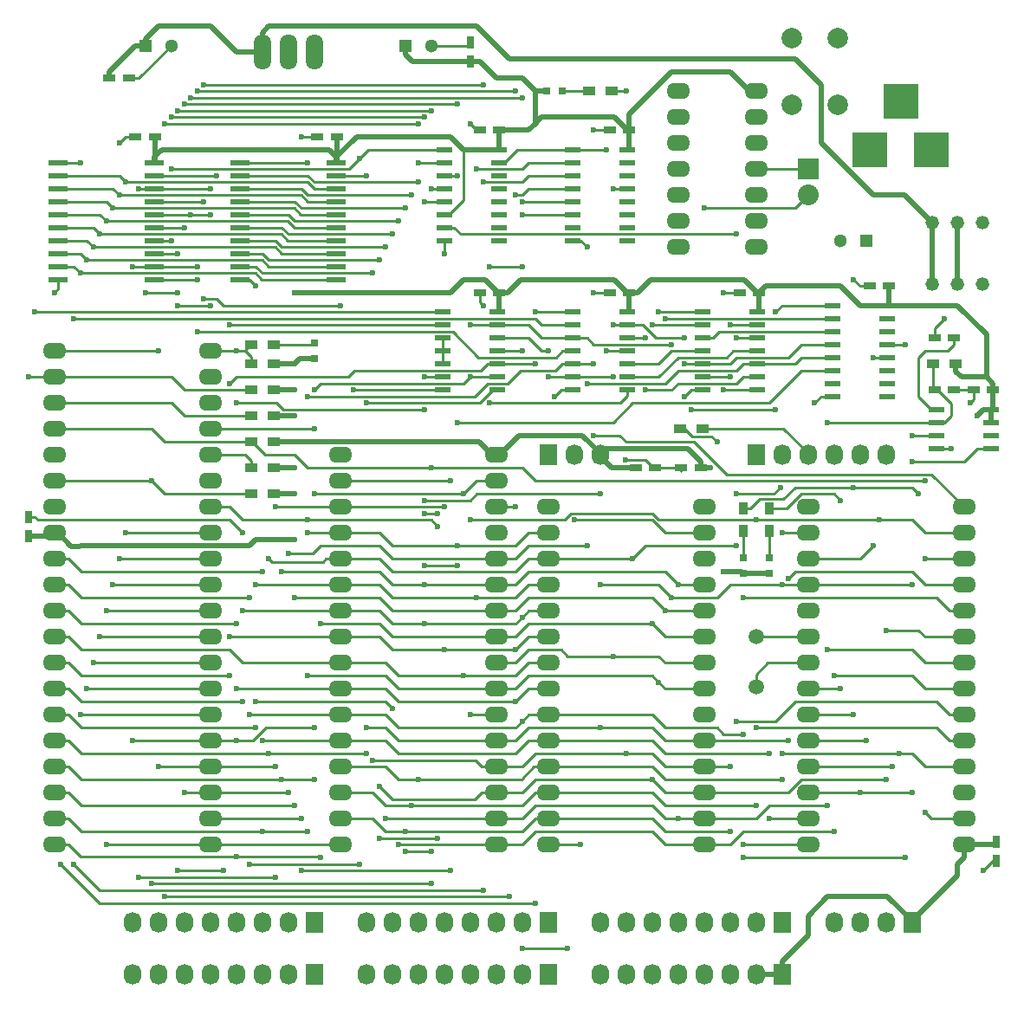
<source format=gtl>
G04 #@! TF.FileFunction,Copper,L1,Top,Signal*
%FSLAX46Y46*%
G04 Gerber Fmt 4.6, Leading zero omitted, Abs format (unit mm)*
G04 Created by KiCad (PCBNEW 4.0.3-1.fc24-product) date Thu Dec  8 13:22:35 2016*
%MOMM*%
%LPD*%
G01*
G04 APERTURE LIST*
%ADD10C,0.100000*%
%ADD11O,2.300000X1.600000*%
%ADD12R,1.727200X2.032000*%
%ADD13O,1.727200X2.032000*%
%ADD14R,1.500000X0.600000*%
%ADD15R,1.950000X0.600000*%
%ADD16R,1.200000X0.900000*%
%ADD17R,1.200000X0.750000*%
%ADD18R,0.750000X1.200000*%
%ADD19R,0.797560X0.797560*%
%ADD20R,1.300000X1.300000*%
%ADD21C,1.300000*%
%ADD22R,3.500120X3.500120*%
%ADD23C,1.998980*%
%ADD24R,1.550000X0.600000*%
%ADD25O,1.699260X3.500120*%
%ADD26R,0.900000X1.200000*%
%ADD27C,1.501140*%
%ADD28R,2.032000X2.032000*%
%ADD29O,2.032000X2.032000*%
%ADD30C,1.320800*%
%ADD31C,0.600000*%
%ADD32C,0.250000*%
%ADD33C,0.500000*%
G04 APERTURE END LIST*
D10*
D11*
X150495000Y-100330000D03*
X150495000Y-102870000D03*
X150495000Y-105410000D03*
X150495000Y-107950000D03*
X150495000Y-110490000D03*
X150495000Y-113030000D03*
X150495000Y-115570000D03*
X150495000Y-118110000D03*
X150495000Y-120650000D03*
X150495000Y-123190000D03*
X150495000Y-125730000D03*
X150495000Y-128270000D03*
X150495000Y-130810000D03*
X150495000Y-133350000D03*
X165735000Y-133350000D03*
X165735000Y-130810000D03*
X165735000Y-128270000D03*
X165735000Y-125730000D03*
X165735000Y-123190000D03*
X165735000Y-120650000D03*
X165735000Y-118110000D03*
X165735000Y-115570000D03*
X165735000Y-113030000D03*
X165735000Y-110490000D03*
X165735000Y-107950000D03*
X165735000Y-105410000D03*
X165735000Y-102870000D03*
X165735000Y-100330000D03*
X130175000Y-95250000D03*
X130175000Y-97790000D03*
X130175000Y-100330000D03*
X130175000Y-102870000D03*
X130175000Y-105410000D03*
X130175000Y-107950000D03*
X130175000Y-110490000D03*
X130175000Y-113030000D03*
X130175000Y-115570000D03*
X130175000Y-118110000D03*
X130175000Y-120650000D03*
X130175000Y-123190000D03*
X130175000Y-125730000D03*
X130175000Y-128270000D03*
X130175000Y-130810000D03*
X130175000Y-133350000D03*
X145415000Y-133350000D03*
X145415000Y-130810000D03*
X145415000Y-128270000D03*
X145415000Y-125730000D03*
X145415000Y-123190000D03*
X145415000Y-120650000D03*
X145415000Y-118110000D03*
X145415000Y-115570000D03*
X145415000Y-113030000D03*
X145415000Y-110490000D03*
X145415000Y-107950000D03*
X145415000Y-105410000D03*
X145415000Y-102870000D03*
X145415000Y-100330000D03*
X145415000Y-97790000D03*
X145415000Y-95250000D03*
X102235000Y-85090000D03*
X102235000Y-87630000D03*
X102235000Y-90170000D03*
X102235000Y-92710000D03*
X102235000Y-95250000D03*
X102235000Y-97790000D03*
X102235000Y-100330000D03*
X102235000Y-102870000D03*
X102235000Y-105410000D03*
X102235000Y-107950000D03*
X102235000Y-110490000D03*
X102235000Y-113030000D03*
X102235000Y-115570000D03*
X102235000Y-118110000D03*
X102235000Y-120650000D03*
X102235000Y-123190000D03*
X102235000Y-125730000D03*
X102235000Y-128270000D03*
X102235000Y-130810000D03*
X102235000Y-133350000D03*
X117475000Y-133350000D03*
X117475000Y-130810000D03*
X117475000Y-128270000D03*
X117475000Y-125730000D03*
X117475000Y-123190000D03*
X117475000Y-120650000D03*
X117475000Y-118110000D03*
X117475000Y-115570000D03*
X117475000Y-113030000D03*
X117475000Y-110490000D03*
X117475000Y-107950000D03*
X117475000Y-105410000D03*
X117475000Y-102870000D03*
X117475000Y-100330000D03*
X117475000Y-97790000D03*
X117475000Y-95250000D03*
X117475000Y-92710000D03*
X117475000Y-90170000D03*
X117475000Y-87630000D03*
X117475000Y-85090000D03*
D12*
X150495000Y-95250000D03*
D13*
X153035000Y-95250000D03*
X155575000Y-95250000D03*
D14*
X140175000Y-81280000D03*
X140175000Y-82550000D03*
X140175000Y-83820000D03*
X140175000Y-85090000D03*
X140175000Y-86360000D03*
X140175000Y-87630000D03*
X140175000Y-88900000D03*
X145575000Y-88900000D03*
X145575000Y-87630000D03*
X145575000Y-86360000D03*
X145575000Y-85090000D03*
X145575000Y-83820000D03*
X145575000Y-82550000D03*
X145575000Y-81280000D03*
D15*
X120395000Y-66675000D03*
X120395000Y-67945000D03*
X120395000Y-69215000D03*
X120395000Y-70485000D03*
X120395000Y-71755000D03*
X120395000Y-73025000D03*
X120395000Y-74295000D03*
X120395000Y-75565000D03*
X120395000Y-76835000D03*
X120395000Y-78105000D03*
X129795000Y-78105000D03*
X129795000Y-76835000D03*
X129795000Y-75565000D03*
X129795000Y-74295000D03*
X129795000Y-73025000D03*
X129795000Y-71755000D03*
X129795000Y-70485000D03*
X129795000Y-69215000D03*
X129795000Y-67945000D03*
X129795000Y-66675000D03*
D14*
X140335000Y-65405000D03*
X140335000Y-66675000D03*
X140335000Y-67945000D03*
X140335000Y-69215000D03*
X140335000Y-70485000D03*
X140335000Y-71755000D03*
X140335000Y-73025000D03*
X140335000Y-74295000D03*
X145735000Y-74295000D03*
X145735000Y-73025000D03*
X145735000Y-71755000D03*
X145735000Y-70485000D03*
X145735000Y-69215000D03*
X145735000Y-67945000D03*
X145735000Y-66675000D03*
X145735000Y-65405000D03*
X152875000Y-65405000D03*
X152875000Y-66675000D03*
X152875000Y-67945000D03*
X152875000Y-69215000D03*
X152875000Y-70485000D03*
X152875000Y-71755000D03*
X152875000Y-73025000D03*
X152875000Y-74295000D03*
X158275000Y-74295000D03*
X158275000Y-73025000D03*
X158275000Y-71755000D03*
X158275000Y-70485000D03*
X158275000Y-69215000D03*
X158275000Y-67945000D03*
X158275000Y-66675000D03*
X158275000Y-65405000D03*
D16*
X123655000Y-93980000D03*
X121455000Y-93980000D03*
X123655000Y-99060000D03*
X121455000Y-99060000D03*
X123655000Y-91440000D03*
X121455000Y-91440000D03*
X123655000Y-88900000D03*
X121455000Y-88900000D03*
X123655000Y-96520000D03*
X121455000Y-96520000D03*
D17*
X129855000Y-64135000D03*
X127955000Y-64135000D03*
X112075000Y-64135000D03*
X110175000Y-64135000D03*
D18*
X99695000Y-103185000D03*
X99695000Y-101285000D03*
D17*
X159070000Y-96520000D03*
X160970000Y-96520000D03*
X158430000Y-63500000D03*
X156530000Y-63500000D03*
X165415000Y-96520000D03*
X163515000Y-96520000D03*
D15*
X102615000Y-66675000D03*
X102615000Y-67945000D03*
X102615000Y-69215000D03*
X102615000Y-70485000D03*
X102615000Y-71755000D03*
X102615000Y-73025000D03*
X102615000Y-74295000D03*
X102615000Y-75565000D03*
X102615000Y-76835000D03*
X102615000Y-78105000D03*
X112015000Y-78105000D03*
X112015000Y-76835000D03*
X112015000Y-75565000D03*
X112015000Y-74295000D03*
X112015000Y-73025000D03*
X112015000Y-71755000D03*
X112015000Y-70485000D03*
X112015000Y-69215000D03*
X112015000Y-67945000D03*
X112015000Y-66675000D03*
D14*
X165575000Y-81280000D03*
X165575000Y-82550000D03*
X165575000Y-83820000D03*
X165575000Y-85090000D03*
X165575000Y-86360000D03*
X165575000Y-87630000D03*
X165575000Y-88900000D03*
X170975000Y-88900000D03*
X170975000Y-87630000D03*
X170975000Y-86360000D03*
X170975000Y-85090000D03*
X170975000Y-83820000D03*
X170975000Y-82550000D03*
X170975000Y-81280000D03*
X178275000Y-80645000D03*
X178275000Y-81915000D03*
X178275000Y-83185000D03*
X178275000Y-84455000D03*
X178275000Y-85725000D03*
X178275000Y-86995000D03*
X178275000Y-88265000D03*
X178275000Y-89535000D03*
X183675000Y-89535000D03*
X183675000Y-88265000D03*
X183675000Y-86995000D03*
X183675000Y-85725000D03*
X183675000Y-84455000D03*
X183675000Y-83185000D03*
X183675000Y-81915000D03*
X183675000Y-80645000D03*
D16*
X123655000Y-86360000D03*
X121455000Y-86360000D03*
D19*
X150380700Y-59690000D03*
X151879300Y-59690000D03*
X127635000Y-85839300D03*
X127635000Y-84340700D03*
D16*
X156675000Y-59690000D03*
X154475000Y-59690000D03*
X123655000Y-84455000D03*
X121455000Y-84455000D03*
D17*
X188280000Y-88900000D03*
X190180000Y-88900000D03*
D20*
X181570000Y-74295000D03*
D21*
X179070000Y-74295000D03*
D17*
X190180000Y-83820000D03*
X188280000Y-83820000D03*
D20*
X111165000Y-55245000D03*
D21*
X113665000Y-55245000D03*
D17*
X107635000Y-58420000D03*
X109535000Y-58420000D03*
D20*
X136565000Y-55245000D03*
D21*
X139065000Y-55245000D03*
D18*
X142875000Y-56830000D03*
X142875000Y-54930000D03*
D22*
X181960520Y-65405000D03*
X187960000Y-65405000D03*
X184960260Y-60706000D03*
D16*
X190330000Y-86360000D03*
X188130000Y-86360000D03*
D23*
X174279560Y-54533800D03*
X174279560Y-61036200D03*
X178780440Y-61036200D03*
X178780440Y-54533800D03*
D14*
X152875000Y-81280000D03*
X152875000Y-82550000D03*
X152875000Y-83820000D03*
X152875000Y-85090000D03*
X152875000Y-86360000D03*
X152875000Y-87630000D03*
X152875000Y-88900000D03*
X158275000Y-88900000D03*
X158275000Y-87630000D03*
X158275000Y-86360000D03*
X158275000Y-85090000D03*
X158275000Y-83820000D03*
X158275000Y-82550000D03*
X158275000Y-81280000D03*
D24*
X188435000Y-90805000D03*
X188435000Y-92075000D03*
X188435000Y-93345000D03*
X188435000Y-94615000D03*
X193835000Y-94615000D03*
X193835000Y-93345000D03*
X193835000Y-92075000D03*
X193835000Y-90805000D03*
D25*
X125095000Y-55880000D03*
X122555000Y-55880000D03*
X127635000Y-55880000D03*
D17*
X171130000Y-79375000D03*
X169230000Y-79375000D03*
X145730000Y-79375000D03*
X143830000Y-79375000D03*
X183830000Y-78740000D03*
X181930000Y-78740000D03*
X145730000Y-63500000D03*
X143830000Y-63500000D03*
X193990000Y-88900000D03*
X192090000Y-88900000D03*
X158430000Y-79375000D03*
X156530000Y-79375000D03*
D18*
X194310000Y-133035000D03*
X194310000Y-134935000D03*
D19*
X172085000Y-106794300D03*
X172085000Y-105295700D03*
X169545000Y-106794300D03*
X169545000Y-105295700D03*
D12*
X170815000Y-95250000D03*
D13*
X173355000Y-95250000D03*
X175895000Y-95250000D03*
X178435000Y-95250000D03*
X180975000Y-95250000D03*
X183515000Y-95250000D03*
D16*
X165565000Y-92710000D03*
X163365000Y-92710000D03*
D26*
X172085000Y-102700000D03*
X172085000Y-100500000D03*
X169545000Y-102700000D03*
X169545000Y-100500000D03*
D11*
X175895000Y-100330000D03*
X175895000Y-102870000D03*
X175895000Y-105410000D03*
X175895000Y-107950000D03*
X175895000Y-110490000D03*
X175895000Y-113030000D03*
X175895000Y-115570000D03*
X175895000Y-118110000D03*
X175895000Y-120650000D03*
X175895000Y-123190000D03*
X175895000Y-125730000D03*
X175895000Y-128270000D03*
X175895000Y-130810000D03*
X175895000Y-133350000D03*
X191135000Y-133350000D03*
X191135000Y-130810000D03*
X191135000Y-128270000D03*
X191135000Y-125730000D03*
X191135000Y-123190000D03*
X191135000Y-120650000D03*
X191135000Y-118110000D03*
X191135000Y-115570000D03*
X191135000Y-113030000D03*
X191135000Y-110490000D03*
X191135000Y-107950000D03*
X191135000Y-105410000D03*
X191135000Y-102870000D03*
X191135000Y-100330000D03*
D27*
X170815000Y-113030000D03*
X170815000Y-117911880D03*
D11*
X163195000Y-59690000D03*
X163195000Y-62230000D03*
X163195000Y-64770000D03*
X163195000Y-67310000D03*
X163195000Y-69850000D03*
X163195000Y-72390000D03*
X163195000Y-74930000D03*
X170815000Y-74930000D03*
X170815000Y-72390000D03*
X170815000Y-69850000D03*
X170815000Y-67310000D03*
X170815000Y-64770000D03*
X170815000Y-62230000D03*
X170815000Y-59690000D03*
D28*
X175895000Y-67310000D03*
D29*
X175895000Y-69850000D03*
D12*
X173355000Y-140970000D03*
D13*
X170815000Y-140970000D03*
X168275000Y-140970000D03*
X165735000Y-140970000D03*
X163195000Y-140970000D03*
X160655000Y-140970000D03*
X158115000Y-140970000D03*
X155575000Y-140970000D03*
D12*
X150495000Y-140970000D03*
D13*
X147955000Y-140970000D03*
X145415000Y-140970000D03*
X142875000Y-140970000D03*
X140335000Y-140970000D03*
X137795000Y-140970000D03*
X135255000Y-140970000D03*
X132715000Y-140970000D03*
D12*
X150495000Y-146050000D03*
D13*
X147955000Y-146050000D03*
X145415000Y-146050000D03*
X142875000Y-146050000D03*
X140335000Y-146050000D03*
X137795000Y-146050000D03*
X135255000Y-146050000D03*
X132715000Y-146050000D03*
D12*
X127635000Y-140970000D03*
D13*
X125095000Y-140970000D03*
X122555000Y-140970000D03*
X120015000Y-140970000D03*
X117475000Y-140970000D03*
X114935000Y-140970000D03*
X112395000Y-140970000D03*
X109855000Y-140970000D03*
D12*
X127635000Y-146050000D03*
D13*
X125095000Y-146050000D03*
X122555000Y-146050000D03*
X120015000Y-146050000D03*
X117475000Y-146050000D03*
X114935000Y-146050000D03*
X112395000Y-146050000D03*
X109855000Y-146050000D03*
D12*
X173355000Y-146050000D03*
D13*
X170815000Y-146050000D03*
X168275000Y-146050000D03*
X165735000Y-146050000D03*
X163195000Y-146050000D03*
X160655000Y-146050000D03*
X158115000Y-146050000D03*
X155575000Y-146050000D03*
D30*
X188010800Y-78562200D03*
X190500000Y-78562200D03*
X192989200Y-78562200D03*
X188010800Y-72567800D03*
X190500000Y-72567800D03*
X192989200Y-72567800D03*
D12*
X186055000Y-140970000D03*
D13*
X183515000Y-140970000D03*
X180975000Y-140970000D03*
X178435000Y-140970000D03*
D31*
X153035000Y-101600000D03*
X125730000Y-103505000D03*
X125730000Y-79375000D03*
X166370000Y-96520000D03*
X167640000Y-106680000D03*
X192405000Y-91440000D03*
X125730000Y-65405000D03*
X125730000Y-99060000D03*
X125730000Y-88900000D03*
X125730000Y-91440000D03*
X125730000Y-93980000D03*
X125730000Y-96520000D03*
X125730000Y-86360000D03*
X142240000Y-116840000D03*
X146685000Y-138430000D03*
X113030000Y-138430000D03*
X112395000Y-85090000D03*
X111760000Y-97789960D03*
X111760000Y-137160000D03*
X139065000Y-137160000D03*
X144145000Y-80645000D03*
X167640000Y-79375000D03*
X154940000Y-79375000D03*
X158066616Y-95769990D03*
X158115000Y-59690000D03*
X180340000Y-78105000D03*
X153670000Y-133350000D03*
X121920000Y-78740000D03*
X167005000Y-93980000D03*
X187325000Y-130175000D03*
X189230000Y-81915000D03*
X191770000Y-90170000D03*
X189865000Y-94615000D03*
X140335000Y-75565000D03*
X120650000Y-102870000D03*
X102235000Y-79375008D03*
X142875000Y-62865000D03*
X131445000Y-88900000D03*
X154305000Y-74930000D03*
X154940000Y-63500000D03*
X126365000Y-64135000D03*
X107315000Y-133350000D03*
X193040000Y-135890000D03*
X176530000Y-90170000D03*
X163830000Y-89535000D03*
X151130000Y-89535000D03*
X108585000Y-64770000D03*
X102870000Y-135255000D03*
X149225000Y-139065000D03*
X99695000Y-87630000D03*
X147955000Y-143510000D03*
X152400000Y-143510000D03*
X119380000Y-88265000D03*
X149225000Y-86360000D03*
X149225000Y-81280000D03*
X104140000Y-135255000D03*
X144145000Y-137795000D03*
X138430000Y-87630000D03*
X139700000Y-100965000D03*
X138430000Y-100965000D03*
X138430000Y-106045000D03*
X141605000Y-106045000D03*
X100330000Y-81280000D03*
X119380000Y-82550000D03*
X104784999Y-77479999D03*
X104775000Y-120650000D03*
X105410000Y-76200000D03*
X105410000Y-118110000D03*
X106054999Y-74939999D03*
X106045000Y-115570000D03*
X106680000Y-73660000D03*
X106680000Y-113030000D03*
X107315000Y-72390000D03*
X107315000Y-110490000D03*
X107950000Y-71120000D03*
X107950000Y-107950000D03*
X108585000Y-69850000D03*
X108585000Y-105410000D03*
X109220000Y-102870000D03*
X109220000Y-68580000D03*
X140970000Y-135890000D03*
X126365000Y-135890000D03*
X116840000Y-59055000D03*
X140970000Y-97790000D03*
X144145000Y-59055000D03*
X118110000Y-67945000D03*
X144145000Y-68580000D03*
X123825000Y-136525000D03*
X110490000Y-136525000D03*
X110490000Y-69215000D03*
X116205000Y-59690000D03*
X147320000Y-59690000D03*
X117475000Y-69215000D03*
X147320000Y-100330000D03*
X147320000Y-69850000D03*
X130175000Y-80645000D03*
X116840000Y-80010000D03*
X132080000Y-135255000D03*
X121285000Y-135255000D03*
X115570000Y-60325000D03*
X147955000Y-70485000D03*
X147955000Y-60325000D03*
X116840000Y-70485000D03*
X114300000Y-79375000D03*
X111125000Y-79375000D03*
X113030000Y-62865000D03*
X137795000Y-62865000D03*
X137795000Y-66675000D03*
X114300000Y-75565000D03*
X113665000Y-62230000D03*
X138430000Y-70485000D03*
X138430000Y-62230000D03*
X114935000Y-73025000D03*
X109855000Y-123190000D03*
X142240000Y-99060000D03*
X127635010Y-99060000D03*
X120015000Y-123190000D03*
X147955000Y-76835000D03*
X144780000Y-76835000D03*
X147955000Y-71755000D03*
X127635000Y-121920000D03*
X117475000Y-71755000D03*
X117475000Y-80645000D03*
X114300000Y-80645000D03*
X114300000Y-135890000D03*
X118745000Y-135890000D03*
X114300000Y-61595000D03*
X115570000Y-71755000D03*
X139065000Y-61595000D03*
X139065000Y-69215000D03*
X143519980Y-67310000D03*
X112395000Y-125730000D03*
X140335000Y-100330000D03*
X123825000Y-125730000D03*
X123825000Y-100330000D03*
X109855000Y-76834992D03*
X114935000Y-60960000D03*
X116205000Y-76835000D03*
X141605000Y-60960000D03*
X141605000Y-67945000D03*
X132080000Y-66250002D03*
X113665000Y-74295000D03*
X113665000Y-67310000D03*
X125095000Y-104890020D03*
X114935000Y-128270000D03*
X125095000Y-128270000D03*
X154305000Y-104140000D03*
X154305000Y-88265000D03*
X156845000Y-82550000D03*
X156845000Y-69215000D03*
X163830000Y-86360000D03*
X163830000Y-83820000D03*
X160020000Y-88900000D03*
X160020000Y-83820000D03*
X147955000Y-85090000D03*
X156210000Y-85090000D03*
X156210000Y-65405000D03*
X168275000Y-82550000D03*
X168275000Y-87630000D03*
X167640000Y-88900000D03*
X168910000Y-73660000D03*
X168910000Y-83820000D03*
X127635000Y-127000000D03*
X138430000Y-107950000D03*
X163195000Y-107950000D03*
X164465000Y-90805000D03*
X172720000Y-90805000D03*
X172720000Y-81280000D03*
X124460000Y-106680000D03*
X124460000Y-127000000D03*
X120015000Y-134490000D03*
X160655000Y-111760000D03*
X160655000Y-82550000D03*
X128270000Y-111760000D03*
X128270000Y-134620000D03*
X122555000Y-132080000D03*
X161290000Y-117475000D03*
X161290000Y-81280000D03*
X127000000Y-116840000D03*
X127000000Y-132080000D03*
X141605000Y-92075000D03*
X127000000Y-102870000D03*
X141605000Y-104140000D03*
X126365000Y-130810000D03*
X185420000Y-84455000D03*
X185420000Y-134620000D03*
X169545000Y-134620000D03*
X161925000Y-110490000D03*
X161925000Y-81915000D03*
X125730000Y-109220000D03*
X125730000Y-129540000D03*
X104775000Y-66675000D03*
X104140000Y-81915000D03*
X116205000Y-83185000D03*
X116205000Y-78105000D03*
X162560000Y-109220000D03*
X120015000Y-85090000D03*
X120015000Y-90170000D03*
X138430000Y-90805000D03*
X138430000Y-99695000D03*
X155575000Y-99060000D03*
X155575000Y-107950000D03*
X173355000Y-107950000D03*
X186055000Y-95885000D03*
X186055000Y-107950000D03*
X132715000Y-90170000D03*
X132715000Y-67945000D03*
X177800000Y-92075000D03*
X186055000Y-93345000D03*
X179070000Y-99695000D03*
X181610000Y-123190000D03*
X180975000Y-128270000D03*
X180339994Y-98424994D03*
X186690000Y-99060000D03*
X186055000Y-128270000D03*
X173354990Y-124460000D03*
X173355000Y-127000000D03*
X137795000Y-127000000D03*
X137795000Y-68580000D03*
X184785000Y-124460000D03*
X168910000Y-121285000D03*
X136525000Y-132080000D03*
X136525000Y-71120000D03*
X168275000Y-132080000D03*
X155575000Y-121920000D03*
X173990000Y-107315000D03*
X173990000Y-123190002D03*
X132715000Y-121920000D03*
X133350000Y-77470000D03*
X172085000Y-130810000D03*
X172085000Y-124460000D03*
X122555000Y-123190000D03*
X122555000Y-106680000D03*
X147955000Y-121285000D03*
X169545000Y-122555000D03*
X169545000Y-133350000D03*
X121285000Y-120650000D03*
X121285000Y-109220000D03*
X170815000Y-129540000D03*
X170815000Y-121920000D03*
X137160000Y-69850000D03*
X137160000Y-129540000D03*
X139700000Y-102235000D03*
X139700000Y-132715000D03*
X133985000Y-132715000D03*
X127000000Y-89535000D03*
X154940000Y-86360000D03*
X154940000Y-93345000D03*
X127000000Y-66675000D03*
X127000000Y-101600000D03*
X165735000Y-71120000D03*
X162560000Y-84455000D03*
X170815000Y-101600000D03*
X182880000Y-101600000D03*
X127635000Y-88900000D03*
X142875000Y-101600000D03*
X142875000Y-87630000D03*
X142875000Y-82550000D03*
X127635000Y-92710000D03*
X160655000Y-127000000D03*
X133985000Y-127635000D03*
X134620000Y-74930000D03*
X183515000Y-127000000D03*
X183515000Y-112395000D03*
X135890000Y-133350000D03*
X135890000Y-72390000D03*
X178435000Y-116840000D03*
X178435000Y-132080000D03*
X169545000Y-109220000D03*
X168275000Y-125730000D03*
X158115000Y-124460000D03*
X133350000Y-125095000D03*
X133985000Y-76200000D03*
X163195000Y-130810000D03*
X134620000Y-130810000D03*
X135255000Y-73660000D03*
X177800000Y-114300000D03*
X177800000Y-129540000D03*
X147320000Y-119380000D03*
X120015000Y-111760000D03*
X120015000Y-118110000D03*
X168910000Y-99060000D03*
X168910000Y-104140000D03*
X173229843Y-98415020D03*
X132715000Y-124460000D03*
X173355000Y-102870000D03*
X158750000Y-105410000D03*
X123190000Y-124460000D03*
X123190000Y-105410000D03*
X138430000Y-111760000D03*
X147955000Y-111125000D03*
X120650000Y-110489998D03*
X120650000Y-119380000D03*
X121920000Y-119380000D03*
X135255000Y-120015000D03*
X143510000Y-109220000D03*
X121920000Y-121920000D03*
X121920000Y-107950000D03*
X179070000Y-118110000D03*
X180340000Y-120650000D03*
X184150000Y-125730000D03*
X182245000Y-104140000D03*
X182245000Y-85725000D03*
X139065000Y-96520000D03*
X139065000Y-133985000D03*
X136525000Y-133985000D03*
X187325000Y-105410000D03*
X187325000Y-97790000D03*
X140335000Y-114300000D03*
X147320000Y-114300000D03*
X119380000Y-113030000D03*
X119380000Y-116840000D03*
X156845000Y-114935000D03*
X156845000Y-87630000D03*
X150495000Y-85090000D03*
X150495000Y-87630000D03*
X144780000Y-90170000D03*
X142875000Y-120650000D03*
D32*
X161925000Y-102870000D02*
X165735000Y-102870000D01*
X160655000Y-101600000D02*
X161925000Y-102870000D01*
X153035000Y-101600000D02*
X160655000Y-101600000D01*
X170815000Y-59690000D02*
X170180000Y-59690000D01*
D33*
X170180000Y-59690000D02*
X168275000Y-57785000D01*
X158430000Y-62875000D02*
X158430000Y-63500000D01*
X162560000Y-57785000D02*
X158430000Y-61915000D01*
X158430000Y-61915000D02*
X158430000Y-62875000D01*
X168275000Y-57785000D02*
X162560000Y-57785000D01*
X142875000Y-56830000D02*
X137250000Y-56830000D01*
X136565000Y-56145000D02*
X136565000Y-55245000D01*
X137250000Y-56830000D02*
X136565000Y-56145000D01*
X145415000Y-58420000D02*
X143825000Y-56830000D01*
X147955000Y-58420000D02*
X149225000Y-59690000D01*
X145415000Y-58420000D02*
X147955000Y-58420000D01*
X143825000Y-56830000D02*
X142875000Y-56830000D01*
X177800000Y-138430000D02*
X183667400Y-138430000D01*
X173355000Y-146050000D02*
X173355000Y-144780000D01*
X173355000Y-144780000D02*
X175895000Y-142240000D01*
X175895000Y-142240000D02*
X175895000Y-140335000D01*
X175895000Y-140335000D02*
X177800000Y-138430000D01*
X183667400Y-138430000D02*
X186055000Y-140817600D01*
D32*
X186055000Y-140817600D02*
X186055000Y-140970000D01*
D33*
X155575000Y-95250000D02*
X156210000Y-94615000D01*
X156210000Y-94615000D02*
X164135000Y-94615000D01*
X164135000Y-94615000D02*
X165415000Y-95895000D01*
X165415000Y-95895000D02*
X165415000Y-96520000D01*
X149225000Y-62865000D02*
X149860000Y-62230000D01*
X156935000Y-62230000D02*
X158205000Y-63500000D01*
X149860000Y-62230000D02*
X156935000Y-62230000D01*
D32*
X158205000Y-63500000D02*
X158430000Y-63500000D01*
D33*
X102235000Y-102870000D02*
X102585000Y-102870000D01*
X102585000Y-102870000D02*
X103885000Y-104170000D01*
X121285000Y-104140000D02*
X121920000Y-103505000D01*
X103885000Y-104170000D02*
X104745000Y-104170000D01*
X121920000Y-103505000D02*
X125730000Y-103505000D01*
X104745000Y-104170000D02*
X104775000Y-104140000D01*
X104775000Y-104140000D02*
X121285000Y-104140000D01*
D32*
X142240000Y-65405000D02*
X142240000Y-70300000D01*
X142240000Y-70300000D02*
X140785000Y-71755000D01*
X140785000Y-71755000D02*
X140335000Y-71755000D01*
D33*
X140970000Y-64135000D02*
X142240000Y-65405000D01*
X131785000Y-64135000D02*
X140970000Y-64135000D01*
X129795000Y-66125000D02*
X131785000Y-64135000D01*
X145735000Y-65405000D02*
X142240000Y-65405000D01*
X145415000Y-65405000D02*
X142240000Y-65405000D01*
X183675000Y-80645000D02*
X190500000Y-80645000D01*
X190500000Y-80645000D02*
X193345000Y-83490000D01*
X193345000Y-83490000D02*
X193345000Y-87630000D01*
X171130000Y-79375000D02*
X170905000Y-79375000D01*
X170905000Y-79375000D02*
X169635000Y-78105000D01*
X160550000Y-78105000D02*
X159280000Y-79375000D01*
X169635000Y-78105000D02*
X160550000Y-78105000D01*
X159280000Y-79375000D02*
X158430000Y-79375000D01*
X158430000Y-79375000D02*
X158205000Y-79375000D01*
X156935000Y-78105000D02*
X147850000Y-78105000D01*
X158205000Y-79375000D02*
X156935000Y-78105000D01*
X147850000Y-78105000D02*
X146580000Y-79375000D01*
X146580000Y-79375000D02*
X145730000Y-79375000D01*
X145730000Y-79375000D02*
X145615002Y-79375000D01*
X145615002Y-79375000D02*
X144345002Y-78105000D01*
X144345002Y-78105000D02*
X142240000Y-78105000D01*
X142240000Y-78105000D02*
X140970000Y-79375000D01*
X140970000Y-79375000D02*
X125730000Y-79375000D01*
X171130000Y-79375000D02*
X171765000Y-78740000D01*
X171765000Y-78740000D02*
X179070000Y-78740000D01*
X179070000Y-78740000D02*
X180975000Y-80645000D01*
X180975000Y-80645000D02*
X183675000Y-80645000D01*
X186055000Y-140970000D02*
X186055000Y-141122400D01*
X186055000Y-140817600D02*
X190500000Y-136372600D01*
X190500000Y-136372600D02*
X190500000Y-135255000D01*
X190500000Y-135255000D02*
X191135000Y-134620000D01*
X191135000Y-134620000D02*
X191135000Y-133350000D01*
X150380700Y-59690000D02*
X149225000Y-59690000D01*
X165415000Y-96520000D02*
X166370000Y-96520000D01*
X170815000Y-146050000D02*
X173355000Y-146050000D01*
X127635000Y-85839300D02*
X126250700Y-85839300D01*
X126250700Y-85839300D02*
X125730000Y-86360000D01*
X169545000Y-106794300D02*
X169430700Y-106680000D01*
X169430700Y-106680000D02*
X167640000Y-106680000D01*
X172085000Y-106794300D02*
X169545000Y-106794300D01*
X148590000Y-63500000D02*
X145730000Y-63500000D01*
X149225000Y-62865000D02*
X148590000Y-63500000D01*
X149225000Y-59690000D02*
X149225000Y-62865000D01*
X190330000Y-86360000D02*
X190480000Y-86360000D01*
X193835000Y-90805000D02*
X193040000Y-90805000D01*
X193040000Y-90805000D02*
X192405000Y-91440000D01*
X190330000Y-86360000D02*
X190330000Y-87060000D01*
X190330000Y-87060000D02*
X190900000Y-87630000D01*
X190900000Y-87630000D02*
X193345000Y-87630000D01*
X193345000Y-87630000D02*
X193990000Y-88275000D01*
X193990000Y-88275000D02*
X193990000Y-88900000D01*
X193835000Y-90805000D02*
X193835000Y-92075000D01*
X193990000Y-88900000D02*
X193990000Y-90650000D01*
X193990000Y-90650000D02*
X193835000Y-90805000D01*
X159070000Y-96520000D02*
X156692600Y-96520000D01*
X156692600Y-96520000D02*
X155575000Y-95402400D01*
X155575000Y-95402400D02*
X155575000Y-95250000D01*
X157825000Y-65405000D02*
X158275000Y-65405000D01*
X158430000Y-63500000D02*
X158430000Y-65250000D01*
X158430000Y-65250000D02*
X158275000Y-65405000D01*
X145730000Y-63500000D02*
X145730000Y-65400000D01*
X145730000Y-65400000D02*
X145735000Y-65405000D01*
X191135000Y-133350000D02*
X193995000Y-133350000D01*
X193995000Y-133350000D02*
X194310000Y-133035000D01*
X145575000Y-81280000D02*
X145125000Y-81280000D01*
X125730000Y-65405000D02*
X112735000Y-65405000D01*
X112015000Y-66125000D02*
X112015000Y-66675000D01*
X112735000Y-65405000D02*
X112015000Y-66125000D01*
X125730000Y-65405000D02*
X129075000Y-65405000D01*
X129075000Y-65405000D02*
X129795000Y-66125000D01*
X129795000Y-66125000D02*
X129795000Y-66675000D01*
X143795000Y-93980000D02*
X125730000Y-93980000D01*
X145415000Y-95250000D02*
X145065000Y-95250000D01*
X145065000Y-95250000D02*
X143795000Y-93980000D01*
X183675000Y-80645000D02*
X184125000Y-80645000D01*
X183830000Y-78740000D02*
X183830000Y-80490000D01*
X183830000Y-80490000D02*
X183675000Y-80645000D01*
X170525000Y-81280000D02*
X170975000Y-81280000D01*
X145575000Y-81280000D02*
X146025000Y-81280000D01*
X171130000Y-79375000D02*
X171130000Y-81125000D01*
X171130000Y-81125000D02*
X170975000Y-81280000D01*
X158430000Y-79375000D02*
X158430000Y-81125000D01*
X158430000Y-81125000D02*
X158275000Y-81280000D01*
X123655000Y-99060000D02*
X125730000Y-99060000D01*
X145730000Y-79375000D02*
X145730000Y-81125000D01*
X145730000Y-81125000D02*
X145575000Y-81280000D01*
X129855000Y-64135000D02*
X129855000Y-66615000D01*
X129855000Y-66615000D02*
X129795000Y-66675000D01*
X112075000Y-64135000D02*
X112075000Y-66615000D01*
X112075000Y-66615000D02*
X112015000Y-66675000D01*
X123655000Y-88900000D02*
X125730000Y-88900000D01*
X123655000Y-91440000D02*
X125730000Y-91440000D01*
X123655000Y-93980000D02*
X125730000Y-93980000D01*
X125730000Y-96520000D02*
X123655000Y-96520000D01*
X123655000Y-86360000D02*
X125730000Y-86360000D01*
X145415000Y-95250000D02*
X145765000Y-95250000D01*
X153822400Y-93345000D02*
X155575000Y-95097600D01*
X145765000Y-95250000D02*
X147670000Y-93345000D01*
X147670000Y-93345000D02*
X153822400Y-93345000D01*
X155575000Y-95097600D02*
X155575000Y-95250000D01*
X165415000Y-100010000D02*
X165735000Y-100330000D01*
X136845000Y-55525000D02*
X136565000Y-55245000D01*
X99695000Y-103190000D02*
X101915000Y-103190000D01*
X101915000Y-103190000D02*
X102235000Y-102870000D01*
D32*
X135890000Y-116840000D02*
X142240000Y-116840000D01*
X142240000Y-116840000D02*
X147320000Y-116840000D01*
X130175000Y-115570000D02*
X134620000Y-115570000D01*
X134620000Y-115570000D02*
X135890000Y-116840000D01*
X147320000Y-116840000D02*
X148590000Y-115570000D01*
X148590000Y-115570000D02*
X150495000Y-115570000D01*
X102235000Y-113030000D02*
X103635000Y-113030000D01*
X119380000Y-114300000D02*
X120650000Y-115570000D01*
X103635000Y-113030000D02*
X104905000Y-114300000D01*
X104905000Y-114300000D02*
X119380000Y-114300000D01*
X120650000Y-115570000D02*
X130175000Y-115570000D01*
X113030000Y-138430000D02*
X146685000Y-138430000D01*
X102235000Y-85090000D02*
X112395000Y-85090000D01*
X113030040Y-99060000D02*
X111760000Y-97789960D01*
X121455000Y-99060000D02*
X113030040Y-99060000D01*
X102235000Y-97790000D02*
X111759960Y-97790000D01*
X111759960Y-97790000D02*
X111760000Y-97789960D01*
X139065000Y-137160000D02*
X111760000Y-137160000D01*
X139065000Y-55245000D02*
X142560000Y-55245000D01*
X142560000Y-55245000D02*
X142875000Y-54930000D01*
X143830000Y-79375000D02*
X143830000Y-80330000D01*
X143830000Y-80330000D02*
X144145000Y-80645000D01*
X169230000Y-79375000D02*
X167640000Y-79375000D01*
X156530000Y-79375000D02*
X154940000Y-79375000D01*
X160745000Y-96520000D02*
X159994990Y-95769990D01*
X159994990Y-95769990D02*
X158066616Y-95769990D01*
X156675000Y-59690000D02*
X158115000Y-59690000D01*
X180975000Y-78740000D02*
X180340000Y-78105000D01*
X181930000Y-78740000D02*
X180975000Y-78740000D01*
X160970000Y-96520000D02*
X163515000Y-96520000D01*
X150495000Y-133350000D02*
X153670000Y-133350000D01*
X120395000Y-78105000D02*
X121285000Y-78105000D01*
X121285000Y-78105000D02*
X121920000Y-78740000D01*
X156675000Y-63355000D02*
X156530000Y-63500000D01*
X160970000Y-96520000D02*
X160745000Y-96520000D01*
X163830000Y-92710000D02*
X164605001Y-93485001D01*
X164605001Y-93485001D02*
X166425001Y-93485001D01*
X166425001Y-93485001D02*
X166467501Y-93442501D01*
X166467501Y-93442501D02*
X167005000Y-93980000D01*
X163365000Y-92710000D02*
X163515000Y-92710000D01*
X109535000Y-58420000D02*
X110490000Y-58420000D01*
X110490000Y-58420000D02*
X113665000Y-55245000D01*
X156530000Y-79375000D02*
X156755000Y-79375000D01*
X191135000Y-130810000D02*
X187960000Y-130810000D01*
X187960000Y-130810000D02*
X187325000Y-130175000D01*
X188280000Y-82865000D02*
X189230000Y-81915000D01*
X188280000Y-82870000D02*
X188280000Y-82865000D01*
X188280000Y-83505000D02*
X188280000Y-82870000D01*
X188280000Y-83820000D02*
X188280000Y-82870000D01*
X192090000Y-88900000D02*
X192090000Y-89850000D01*
X192090000Y-89850000D02*
X191770000Y-90170000D01*
X190180000Y-88900000D02*
X192090000Y-88900000D01*
X188435000Y-94615000D02*
X189865000Y-94615000D01*
X163515000Y-96520000D02*
X163515000Y-96840000D01*
X130175000Y-133350000D02*
X117475000Y-133350000D01*
X140335000Y-74295000D02*
X140335000Y-75565000D01*
X143830000Y-79375000D02*
X144055000Y-79375000D01*
X191600000Y-128735000D02*
X191135000Y-128270000D01*
X119380000Y-101600000D02*
X120650000Y-102870000D01*
X100635000Y-101600000D02*
X119380000Y-101600000D01*
X99695000Y-101285000D02*
X100320000Y-101285000D01*
X100320000Y-101285000D02*
X100635000Y-101600000D01*
X102615000Y-78995008D02*
X102235000Y-79375008D01*
X102615000Y-78105000D02*
X102615000Y-78995008D01*
X143830000Y-63500000D02*
X143510000Y-63500000D01*
X143510000Y-63500000D02*
X142875000Y-62865000D01*
X140175000Y-88900000D02*
X131445000Y-88900000D01*
X152875000Y-74295000D02*
X153670000Y-74295000D01*
X153670000Y-74295000D02*
X154305000Y-74930000D01*
X156530000Y-63500000D02*
X154940000Y-63500000D01*
X127955000Y-64135000D02*
X126365000Y-64135000D01*
X117475000Y-133350000D02*
X107315000Y-133350000D01*
X194310000Y-134935000D02*
X193995000Y-134935000D01*
X193995000Y-134935000D02*
X193040000Y-135890000D01*
X175725000Y-100500000D02*
X175895000Y-100330000D01*
X178275000Y-89535000D02*
X177165000Y-89535000D01*
X177165000Y-89535000D02*
X176530000Y-90170000D01*
X165575000Y-88900000D02*
X164465000Y-88900000D01*
X164465000Y-88900000D02*
X163830000Y-89535000D01*
X152875000Y-88900000D02*
X151765000Y-88900000D01*
X151765000Y-88900000D02*
X151130000Y-89535000D01*
X110175000Y-64135000D02*
X109220000Y-64135000D01*
X109220000Y-64135000D02*
X108585000Y-64770000D01*
X113345000Y-55565000D02*
X113665000Y-55245000D01*
X138745000Y-55565000D02*
X139065000Y-55245000D01*
X106680000Y-139065000D02*
X102870000Y-135255000D01*
X149225000Y-139065000D02*
X106680000Y-139065000D01*
X102235000Y-87630000D02*
X99695000Y-87630000D01*
X114935000Y-88900000D02*
X121455000Y-88900000D01*
X113665000Y-87630000D02*
X114935000Y-88900000D01*
X102235000Y-87630000D02*
X113665000Y-87630000D01*
X152400000Y-143510000D02*
X147955000Y-143510000D01*
X120015000Y-87630000D02*
X119380000Y-88265000D01*
X131565001Y-86995000D02*
X130930001Y-87630000D01*
X144575000Y-86360000D02*
X143940000Y-86995000D01*
X143940000Y-86995000D02*
X131565001Y-86995000D01*
X130930001Y-87630000D02*
X120015000Y-87630000D01*
X145575000Y-86360000D02*
X144575000Y-86360000D01*
X145575000Y-86360000D02*
X149225000Y-86360000D01*
X152875000Y-81280000D02*
X149225000Y-81280000D01*
X120885000Y-95250000D02*
X117475000Y-95250000D01*
X121455000Y-96520000D02*
X121455000Y-95820000D01*
X121455000Y-95820000D02*
X120885000Y-95250000D01*
X144145000Y-137795000D02*
X106680000Y-137795000D01*
X106680000Y-137795000D02*
X104140000Y-135255000D01*
X140175000Y-87630000D02*
X138430000Y-87630000D01*
X138430000Y-100965000D02*
X139700000Y-100965000D01*
X141605000Y-106045000D02*
X138430000Y-106045000D01*
X121455000Y-91440000D02*
X114935000Y-91440000D01*
X114935000Y-91440000D02*
X113665000Y-90170000D01*
X113665000Y-90170000D02*
X102235000Y-90170000D01*
X140175000Y-81280000D02*
X100330000Y-81280000D01*
X140175000Y-82550000D02*
X119380000Y-82550000D01*
X129795000Y-78105000D02*
X122535002Y-78105000D01*
X122535002Y-78105000D02*
X121910001Y-77479999D01*
X121910001Y-77479999D02*
X104784999Y-77479999D01*
X117475000Y-120650000D02*
X104775000Y-120650000D01*
X102615000Y-76835000D02*
X104140000Y-76835000D01*
X104140000Y-76835000D02*
X104784999Y-77479999D01*
X105410000Y-76200000D02*
X122555000Y-76200000D01*
X117475000Y-118110000D02*
X105410000Y-118110000D01*
X102615000Y-75565000D02*
X104775000Y-75565000D01*
X104775000Y-75565000D02*
X105410000Y-76200000D01*
X122555000Y-76200000D02*
X123190000Y-76835000D01*
X123190000Y-76835000D02*
X129795000Y-76835000D01*
X123823590Y-74930000D02*
X124458590Y-75565000D01*
X124458590Y-75565000D02*
X129795000Y-75565000D01*
X106054999Y-74939999D02*
X113250001Y-74939999D01*
X113250001Y-74939999D02*
X113260000Y-74930000D01*
X113260000Y-74930000D02*
X123823590Y-74930000D01*
X117475000Y-115570000D02*
X106045000Y-115570000D01*
X102615000Y-74295000D02*
X105410000Y-74295000D01*
X105410000Y-74295000D02*
X106054999Y-74939999D01*
X106680000Y-73660000D02*
X124440002Y-73660000D01*
X124440002Y-73660000D02*
X125075002Y-74295000D01*
X106045000Y-73025000D02*
X106680000Y-73660000D01*
X117475000Y-113030000D02*
X106680000Y-113030000D01*
X102615000Y-73025000D02*
X106045000Y-73025000D01*
X125075002Y-74295000D02*
X129795000Y-74295000D01*
X129795000Y-73025000D02*
X125710002Y-73025000D01*
X125710002Y-73025000D02*
X125075002Y-72390000D01*
X125075002Y-72390000D02*
X107315000Y-72390000D01*
X106680000Y-71755000D02*
X107315000Y-72390000D01*
X117475000Y-110490000D02*
X107315000Y-110490000D01*
X102615000Y-71755000D02*
X106680000Y-71755000D01*
X129795000Y-71755000D02*
X126345002Y-71755000D01*
X126345002Y-71755000D02*
X125710002Y-71120000D01*
X125710002Y-71120000D02*
X107950000Y-71120000D01*
X107315000Y-70485000D02*
X107950000Y-71120000D01*
X117475000Y-107950000D02*
X107950000Y-107950000D01*
X102615000Y-70485000D02*
X107315000Y-70485000D01*
X126365000Y-69850000D02*
X108585000Y-69850000D01*
X127000000Y-70485000D02*
X129795000Y-70485000D01*
X126365000Y-69850000D02*
X127000000Y-70485000D01*
X117475000Y-105410000D02*
X108585000Y-105410000D01*
X102615000Y-69215000D02*
X107950000Y-69215000D01*
X107950000Y-69215000D02*
X108585000Y-69850000D01*
X117475000Y-102870000D02*
X109220000Y-102870000D01*
X129795000Y-69215000D02*
X127633590Y-69215000D01*
X127633590Y-69215000D02*
X126998590Y-68580000D01*
X126998590Y-68580000D02*
X109220000Y-68580000D01*
X102615000Y-67945000D02*
X108585000Y-67945000D01*
X108585000Y-67945000D02*
X109220000Y-68580000D01*
X126365000Y-135890000D02*
X140970000Y-135890000D01*
X130175000Y-97790000D02*
X140970000Y-97790000D01*
X144145000Y-59055000D02*
X116840000Y-59055000D01*
X112015000Y-67945000D02*
X118110000Y-67945000D01*
X147955000Y-68580000D02*
X144145000Y-68580000D01*
X148590000Y-67945000D02*
X147955000Y-68580000D01*
X152875000Y-67945000D02*
X148590000Y-67945000D01*
X130525000Y-97790000D02*
X130175000Y-97790000D01*
X110490000Y-136525000D02*
X123825000Y-136525000D01*
X112015000Y-69215000D02*
X110490000Y-69215000D01*
X147320000Y-59690000D02*
X116205000Y-59690000D01*
X112015000Y-69215000D02*
X117475000Y-69215000D01*
X147955000Y-69850000D02*
X147320000Y-69850000D01*
X148590000Y-69215000D02*
X147955000Y-69850000D01*
X152875000Y-69215000D02*
X148590000Y-69215000D01*
X147320000Y-100330000D02*
X145415000Y-100330000D01*
X116840000Y-80010000D02*
X118110000Y-80010000D01*
X118110000Y-80010000D02*
X118745000Y-80645000D01*
X118745000Y-80645000D02*
X130175000Y-80645000D01*
X121285000Y-135255000D02*
X132080000Y-135255000D01*
X147955000Y-60325000D02*
X115570000Y-60325000D01*
X147955000Y-70485000D02*
X152875000Y-70485000D01*
X112015000Y-70485000D02*
X116840000Y-70485000D01*
X111125000Y-79375000D02*
X114300000Y-79375000D01*
X137795000Y-62865000D02*
X113030000Y-62865000D01*
X140335000Y-66675000D02*
X137795000Y-66675000D01*
X114300000Y-75565000D02*
X112015000Y-75565000D01*
X138430000Y-62230000D02*
X113665000Y-62230000D01*
X138430000Y-70485000D02*
X140335000Y-70485000D01*
X112015000Y-73025000D02*
X114935000Y-73025000D01*
X109855000Y-123190000D02*
X117475000Y-123190000D01*
X143510000Y-97790000D02*
X145415000Y-97790000D01*
X142240000Y-99060000D02*
X143510000Y-97790000D01*
X142240000Y-99060000D02*
X127635010Y-99060000D01*
X121629996Y-123190000D02*
X120015000Y-123190000D01*
X122899996Y-121920000D02*
X121629996Y-123190000D01*
X127635000Y-121920000D02*
X122899996Y-121920000D01*
X117475000Y-123190000D02*
X120015000Y-123190000D01*
X144780000Y-76835000D02*
X147955000Y-76835000D01*
X152875000Y-71755000D02*
X147955000Y-71755000D01*
X117475000Y-71755000D02*
X115570000Y-71755000D01*
X114300000Y-80645000D02*
X117475000Y-80645000D01*
X118745000Y-135890000D02*
X114300000Y-135890000D01*
X139065000Y-61595000D02*
X114300000Y-61595000D01*
X115570000Y-71755000D02*
X112015000Y-71755000D01*
X140335000Y-69215000D02*
X139065000Y-69215000D01*
X147955000Y-67310000D02*
X143519980Y-67310000D01*
X148590000Y-66675000D02*
X147955000Y-67310000D01*
X152875000Y-66675000D02*
X148590000Y-66675000D01*
X112395000Y-125730000D02*
X117475000Y-125730000D01*
X130175000Y-100330000D02*
X140335000Y-100330000D01*
X117475000Y-125730000D02*
X123825000Y-125730000D01*
X130175000Y-100330000D02*
X123825000Y-100330000D01*
X112015000Y-76835000D02*
X109855008Y-76835000D01*
X109855008Y-76835000D02*
X109855000Y-76834992D01*
X141605000Y-60960000D02*
X114935000Y-60960000D01*
X116205000Y-76835000D02*
X112015000Y-76835000D01*
X140335000Y-67945000D02*
X141605000Y-67945000D01*
X132080000Y-66250002D02*
X131020002Y-67310000D01*
X132925002Y-65405000D02*
X132080000Y-66250002D01*
X113665000Y-74295000D02*
X112015000Y-74295000D01*
X140335000Y-65405000D02*
X132925002Y-65405000D01*
X131020002Y-67310000D02*
X113665000Y-67310000D01*
X133985000Y-104140000D02*
X128270000Y-104140000D01*
X127519980Y-104890020D02*
X125095000Y-104890020D01*
X135255000Y-105410000D02*
X133985000Y-104140000D01*
X145415000Y-105410000D02*
X135255000Y-105410000D01*
X128270000Y-104140000D02*
X127519980Y-104890020D01*
X114935000Y-128270000D02*
X117475000Y-128270000D01*
X125095000Y-128270000D02*
X117475000Y-128270000D01*
X170975000Y-86360000D02*
X169545000Y-86360000D01*
X169545000Y-86360000D02*
X168910000Y-86995000D01*
X168910000Y-86995000D02*
X163195000Y-86995000D01*
X163195000Y-86995000D02*
X161925000Y-88265000D01*
X161925000Y-88265000D02*
X154305000Y-88265000D01*
X175260000Y-85725000D02*
X178275000Y-85725000D01*
X174625000Y-86360000D02*
X175260000Y-85725000D01*
X170975000Y-86360000D02*
X174625000Y-86360000D01*
X147320000Y-105410000D02*
X145415000Y-105410000D01*
X148590000Y-104140000D02*
X147320000Y-105410000D01*
X154305000Y-104140000D02*
X148590000Y-104140000D01*
X156845000Y-82550000D02*
X158275000Y-82550000D01*
X158275000Y-69215000D02*
X156845000Y-69215000D01*
X165575000Y-86360000D02*
X168275000Y-86360000D01*
X168275000Y-86360000D02*
X168910000Y-85725000D01*
X168910000Y-85725000D02*
X173990000Y-85725000D01*
X173990000Y-85725000D02*
X175260000Y-84455000D01*
X175260000Y-84455000D02*
X178275000Y-84455000D01*
X165575000Y-86360000D02*
X163830000Y-86360000D01*
X158275000Y-82550000D02*
X159729998Y-82550000D01*
X159729998Y-82550000D02*
X160999998Y-83820000D01*
X160999998Y-83820000D02*
X163830000Y-83820000D01*
X167930004Y-85725000D02*
X168565004Y-85090000D01*
X168565004Y-85090000D02*
X170975000Y-85090000D01*
X163195000Y-85725000D02*
X167930004Y-85725000D01*
X158275000Y-87630000D02*
X161290000Y-87630000D01*
X161290000Y-87630000D02*
X163195000Y-85725000D01*
X160020000Y-88900000D02*
X162560000Y-88900000D01*
X163195000Y-88265000D02*
X168910000Y-88265000D01*
X162560000Y-88900000D02*
X163195000Y-88265000D01*
X168910000Y-88265000D02*
X169545000Y-87630000D01*
X169545000Y-87630000D02*
X170975000Y-87630000D01*
X158275000Y-83820000D02*
X160020000Y-83820000D01*
X145575000Y-85090000D02*
X147955000Y-85090000D01*
X158275000Y-86360000D02*
X161290000Y-86360000D01*
X161290000Y-86360000D02*
X162560000Y-85090000D01*
X162560000Y-85090000D02*
X165575000Y-85090000D01*
X156210000Y-85090000D02*
X158275000Y-85090000D01*
X152875000Y-65405000D02*
X156210000Y-65405000D01*
X147455000Y-65405000D02*
X152875000Y-65405000D01*
X145735000Y-66675000D02*
X146185000Y-66675000D01*
X146185000Y-66675000D02*
X147455000Y-65405000D01*
X168275000Y-82550000D02*
X170975000Y-82550000D01*
X165575000Y-87630000D02*
X168275000Y-87630000D01*
X170975000Y-88900000D02*
X167640000Y-88900000D01*
X141970000Y-73660000D02*
X168910000Y-73660000D01*
X141335000Y-73025000D02*
X141970000Y-73660000D01*
X140335000Y-73025000D02*
X141335000Y-73025000D01*
X168910000Y-83820000D02*
X170975000Y-83820000D01*
X127635000Y-127000000D02*
X124460000Y-127000000D01*
X145415000Y-107950000D02*
X138430000Y-107950000D01*
X138430000Y-107950000D02*
X135255000Y-107950000D01*
X161925000Y-106680000D02*
X163195000Y-107950000D01*
X147320000Y-107950000D02*
X148590000Y-106680000D01*
X145415000Y-107950000D02*
X147320000Y-107950000D01*
X165735000Y-107950000D02*
X163195000Y-107950000D01*
X148590000Y-106680000D02*
X161925000Y-106680000D01*
X172720000Y-90805000D02*
X164465000Y-90805000D01*
X178275000Y-80645000D02*
X173355000Y-80645000D01*
X173355000Y-80645000D02*
X172720000Y-81280000D01*
X133985000Y-106680000D02*
X124460000Y-106680000D01*
X135255000Y-107950000D02*
X133985000Y-106680000D01*
X104905000Y-127000000D02*
X124460000Y-127000000D01*
X103635000Y-125730000D02*
X104905000Y-127000000D01*
X102235000Y-125730000D02*
X103635000Y-125730000D01*
X104775000Y-134490000D02*
X120015000Y-134490000D01*
X120015000Y-134490000D02*
X128140000Y-134490000D01*
X165575000Y-82550000D02*
X160655000Y-82550000D01*
X133985000Y-111760000D02*
X128270000Y-111760000D01*
X135255000Y-113030000D02*
X133985000Y-111760000D01*
X145415000Y-113030000D02*
X135255000Y-113030000D01*
X161925000Y-113030000D02*
X165735000Y-113030000D01*
X160655000Y-111760000D02*
X161925000Y-113030000D01*
X148590000Y-111760000D02*
X160655000Y-111760000D01*
X147320000Y-113030000D02*
X148590000Y-111760000D01*
X145415000Y-113030000D02*
X147320000Y-113030000D01*
X128140000Y-134490000D02*
X128270000Y-134620000D01*
X102235000Y-133350000D02*
X103635000Y-133350000D01*
X103635000Y-133350000D02*
X104775000Y-134490000D01*
X104905000Y-132080000D02*
X123825000Y-132080000D01*
X123825000Y-132080000D02*
X127000000Y-132080000D01*
X122555000Y-132080000D02*
X123825000Y-132080000D01*
X161925000Y-118110000D02*
X161290000Y-117475000D01*
X161290000Y-117475000D02*
X160655000Y-116840000D01*
X165575000Y-81280000D02*
X161290000Y-81280000D01*
X127000000Y-116840000D02*
X134620000Y-116840000D01*
X134620000Y-116840000D02*
X135890000Y-118110000D01*
X135890000Y-118110000D02*
X145415000Y-118110000D01*
X165735000Y-118110000D02*
X161925000Y-118110000D01*
X160655000Y-116840000D02*
X148590000Y-116840000D01*
X148590000Y-116840000D02*
X147320000Y-118110000D01*
X147320000Y-118110000D02*
X145415000Y-118110000D01*
X103635000Y-130810000D02*
X104905000Y-132080000D01*
X102235000Y-130810000D02*
X103635000Y-130810000D01*
X156845000Y-92075000D02*
X141605000Y-92075000D01*
X172085000Y-90170000D02*
X158750000Y-90170000D01*
X175260000Y-86995000D02*
X172085000Y-90170000D01*
X178275000Y-86995000D02*
X175260000Y-86995000D01*
X158750000Y-90170000D02*
X156845000Y-92075000D01*
X130175000Y-102870000D02*
X127000000Y-102870000D01*
X135255000Y-104140000D02*
X141605000Y-104140000D01*
X141605000Y-104140000D02*
X147320000Y-104140000D01*
X130175000Y-102870000D02*
X133985000Y-102870000D01*
X133985000Y-102870000D02*
X135255000Y-104140000D01*
X147320000Y-104140000D02*
X148590000Y-102870000D01*
X148590000Y-102870000D02*
X150495000Y-102870000D01*
X117475000Y-130810000D02*
X126365000Y-130810000D01*
X185420000Y-84455000D02*
X183675000Y-84455000D01*
X169545000Y-134620000D02*
X185420000Y-134620000D01*
X178275000Y-81915000D02*
X161925000Y-81915000D01*
X133985000Y-109220000D02*
X125730000Y-109220000D01*
X135255000Y-110490000D02*
X133985000Y-109220000D01*
X145415000Y-110490000D02*
X135255000Y-110490000D01*
X161925000Y-110490000D02*
X165735000Y-110490000D01*
X160655000Y-109220000D02*
X161925000Y-110490000D01*
X148590000Y-109220000D02*
X160655000Y-109220000D01*
X147320000Y-110490000D02*
X148590000Y-109220000D01*
X145415000Y-110490000D02*
X147320000Y-110490000D01*
X104905000Y-129540000D02*
X125730000Y-129540000D01*
X103635000Y-128270000D02*
X104905000Y-129540000D01*
X102235000Y-128270000D02*
X103635000Y-128270000D01*
X152875000Y-82550000D02*
X149860000Y-82550000D01*
X149860000Y-82550000D02*
X149225000Y-81915000D01*
X149225000Y-81915000D02*
X104140000Y-81915000D01*
X104775000Y-66675000D02*
X102615000Y-66675000D01*
X141175002Y-83185000D02*
X116205000Y-83185000D01*
X151249999Y-85715001D02*
X143705003Y-85715001D01*
X151875000Y-85090000D02*
X151249999Y-85715001D01*
X152875000Y-85090000D02*
X151875000Y-85090000D01*
X143705003Y-85715001D02*
X141175002Y-83185000D01*
X116205000Y-78105000D02*
X112015000Y-78105000D01*
X151879300Y-59690000D02*
X154475000Y-59690000D01*
X123655000Y-84455000D02*
X127520700Y-84455000D01*
X127520700Y-84455000D02*
X127635000Y-84340700D01*
X172085000Y-102700000D02*
X172085000Y-105295700D01*
X169545000Y-102700000D02*
X169545000Y-105295700D01*
X186690000Y-89535000D02*
X187960000Y-90805000D01*
X187960000Y-90805000D02*
X188435000Y-90805000D01*
X186690000Y-85725000D02*
X186690000Y-89535000D01*
X187325000Y-85090000D02*
X186690000Y-85725000D01*
X189535000Y-85090000D02*
X187325000Y-85090000D01*
X190180000Y-83820000D02*
X190180000Y-84445000D01*
X190180000Y-84445000D02*
X189535000Y-85090000D01*
D33*
X190500000Y-72567800D02*
X190500000Y-78562200D01*
D32*
X183337200Y-65405000D02*
X181960520Y-65405000D01*
X167005000Y-109220000D02*
X162560000Y-109220000D01*
X168275000Y-107950000D02*
X167005000Y-109220000D01*
X173355000Y-107950000D02*
X168275000Y-107950000D01*
X161290000Y-107950000D02*
X162560000Y-109220000D01*
X155575000Y-107950000D02*
X161290000Y-107950000D01*
X123945001Y-90170000D02*
X120015000Y-90170000D01*
X117475000Y-85090000D02*
X120015000Y-85090000D01*
X120015000Y-85090000D02*
X120820000Y-85090000D01*
X138430000Y-90805000D02*
X124580001Y-90805000D01*
X124580001Y-90805000D02*
X123945001Y-90170000D01*
X143510000Y-99060000D02*
X142875000Y-99695000D01*
X142875000Y-99695000D02*
X138430000Y-99695000D01*
X155575000Y-99060000D02*
X143510000Y-99060000D01*
X173355000Y-107950000D02*
X175895000Y-107950000D01*
X120820000Y-85090000D02*
X120885000Y-85090000D01*
X120885000Y-85090000D02*
X121455000Y-85660000D01*
X121455000Y-85660000D02*
X121455000Y-86360000D01*
X120820000Y-85090000D02*
X121455000Y-84455000D01*
X191135000Y-95885000D02*
X186055000Y-95885000D01*
X192405000Y-94615000D02*
X191135000Y-95885000D01*
X193835000Y-94615000D02*
X192405000Y-94615000D01*
X175895000Y-107950000D02*
X186055000Y-107950000D01*
X121455000Y-86360000D02*
X121305000Y-86360000D01*
X140175000Y-85090000D02*
X140175000Y-86360000D01*
X140175000Y-83820000D02*
X140175000Y-85090000D01*
X143855000Y-90170000D02*
X132715000Y-90170000D01*
X145575000Y-88900000D02*
X145125000Y-88900000D01*
X145125000Y-88900000D02*
X143855000Y-90170000D01*
X132715000Y-67945000D02*
X129795000Y-67945000D01*
D33*
X122555000Y-55880000D02*
X122555000Y-53975000D01*
X122555000Y-53975000D02*
X123190000Y-53340000D01*
X123190000Y-53340000D02*
X143510000Y-53340000D01*
X143510000Y-53340000D02*
X146685000Y-56515000D01*
X174625000Y-56515000D02*
X177165000Y-59055000D01*
X177165000Y-64770000D02*
X182245000Y-69850000D01*
X146685000Y-56515000D02*
X174625000Y-56515000D01*
X177165000Y-59055000D02*
X177165000Y-64770000D01*
X182245000Y-69850000D02*
X185293000Y-69850000D01*
X185293000Y-69850000D02*
X188010800Y-72567800D01*
X122555000Y-55880000D02*
X120015000Y-55880000D01*
X112395000Y-53340000D02*
X111165000Y-54570000D01*
X120015000Y-55880000D02*
X117475000Y-53340000D01*
X117475000Y-53340000D02*
X112395000Y-53340000D01*
X111165000Y-54570000D02*
X111165000Y-55245000D01*
X187960000Y-72390000D02*
X188010800Y-72440800D01*
X188010800Y-72440800D02*
X188010800Y-72567800D01*
X188010800Y-72567800D02*
X188010800Y-78562200D01*
X107635000Y-58420000D02*
X107635000Y-57795000D01*
X107635000Y-57795000D02*
X110185000Y-55245000D01*
X110185000Y-55245000D02*
X111165000Y-55245000D01*
X111445000Y-55525000D02*
X111165000Y-55245000D01*
D32*
X177800000Y-92075000D02*
X188435000Y-92075000D01*
X188505000Y-88900000D02*
X188280000Y-88900000D01*
X188280000Y-86360000D02*
X188130000Y-86360000D01*
X188130000Y-86360000D02*
X188130000Y-88750000D01*
X188130000Y-88750000D02*
X188280000Y-88900000D01*
X189865000Y-90260000D02*
X189865000Y-91440000D01*
X189230000Y-92075000D02*
X189865000Y-91440000D01*
X188435000Y-92075000D02*
X189230000Y-92075000D01*
X188505000Y-88900000D02*
X189865000Y-90260000D01*
X188435000Y-93345000D02*
X186055000Y-93345000D01*
X175223996Y-99060000D02*
X178435000Y-99060000D01*
X178435000Y-99060000D02*
X179070000Y-99695000D01*
X172085000Y-100500000D02*
X173783996Y-100500000D01*
X173783996Y-100500000D02*
X175223996Y-99060000D01*
X181610000Y-123190000D02*
X175895000Y-123190000D01*
X169545000Y-100500000D02*
X170245000Y-100500000D01*
X170245000Y-100500000D02*
X171170001Y-99574999D01*
X171170001Y-99574999D02*
X173475001Y-99574999D01*
X173475001Y-99574999D02*
X174625000Y-98425000D01*
X174625000Y-98425000D02*
X180340000Y-98425000D01*
X175895000Y-128270000D02*
X180975000Y-128270000D01*
X180975000Y-128270000D02*
X186055000Y-128270000D01*
X186690000Y-99060000D02*
X186055000Y-98425000D01*
X186055000Y-98425000D02*
X180340000Y-98425000D01*
X180340000Y-98425000D02*
X180339994Y-98424994D01*
X184785000Y-124460000D02*
X173354990Y-124460000D01*
X161925000Y-127000000D02*
X173355000Y-127000000D01*
X160655000Y-125730000D02*
X161925000Y-127000000D01*
X150495000Y-125730000D02*
X160655000Y-125730000D01*
X127635000Y-68580000D02*
X137795000Y-68580000D01*
X135890000Y-127000000D02*
X137795000Y-127000000D01*
X137795000Y-127000000D02*
X147955000Y-127000000D01*
X127000000Y-67945000D02*
X127635000Y-68580000D01*
X120395000Y-67945000D02*
X127000000Y-67945000D01*
X130175000Y-125730000D02*
X134620000Y-125730000D01*
X186055000Y-124460000D02*
X184785000Y-124460000D01*
X191135000Y-125730000D02*
X187325000Y-125730000D01*
X187325000Y-125730000D02*
X186055000Y-124460000D01*
X147955000Y-127000000D02*
X147955000Y-126870000D01*
X147955000Y-126870000D02*
X149095000Y-125730000D01*
X149095000Y-125730000D02*
X150495000Y-125730000D01*
X134620000Y-125730000D02*
X135890000Y-127000000D01*
X191135000Y-120650000D02*
X189735000Y-120650000D01*
X189735000Y-120650000D02*
X188465000Y-119380000D01*
X188465000Y-119380000D02*
X174625000Y-119380000D01*
X174625000Y-119380000D02*
X172720000Y-121285000D01*
X172720000Y-121285000D02*
X168910000Y-121285000D01*
X130175000Y-130810000D02*
X133350000Y-130810000D01*
X133350000Y-130810000D02*
X134620000Y-132080000D01*
X134620000Y-132080000D02*
X136525000Y-132080000D01*
X126365000Y-71120000D02*
X136525000Y-71120000D01*
X136525000Y-132080000D02*
X147955000Y-132080000D01*
X125730000Y-70485000D02*
X126365000Y-71120000D01*
X120395000Y-70485000D02*
X125730000Y-70485000D01*
X150495000Y-130810000D02*
X160655000Y-130810000D01*
X160655000Y-130810000D02*
X161925000Y-132080000D01*
X161925000Y-132080000D02*
X168275000Y-132080000D01*
X161925000Y-132080000D02*
X168275000Y-132080000D01*
X149225000Y-130810000D02*
X150495000Y-130810000D01*
X147955000Y-132080000D02*
X149225000Y-130810000D01*
X148590000Y-121920000D02*
X155575000Y-121920000D01*
X155575000Y-121920000D02*
X160655000Y-121920000D01*
X174625000Y-106680000D02*
X173990000Y-107315000D01*
X186055000Y-106680000D02*
X174625000Y-106680000D01*
X173989998Y-123190000D02*
X173990000Y-123190002D01*
X165735000Y-123190000D02*
X173989998Y-123190000D01*
X122555000Y-77470000D02*
X133350000Y-77470000D01*
X132715000Y-121920000D02*
X134620000Y-121920000D01*
X134620000Y-121920000D02*
X135890000Y-123190000D01*
X135890000Y-123190000D02*
X145415000Y-123190000D01*
X121920000Y-76835000D02*
X122555000Y-77470000D01*
X120395000Y-76835000D02*
X121920000Y-76835000D01*
X187325000Y-107950000D02*
X191135000Y-107950000D01*
X186055000Y-106680000D02*
X187325000Y-107950000D01*
X160655000Y-121920000D02*
X161925000Y-123190000D01*
X161925000Y-123190000D02*
X165735000Y-123190000D01*
X147320000Y-123190000D02*
X148590000Y-121920000D01*
X145415000Y-123190000D02*
X147320000Y-123190000D01*
X175895000Y-130810000D02*
X172085000Y-130810000D01*
X160655000Y-123190000D02*
X161925000Y-124460000D01*
X161925000Y-124460000D02*
X172085000Y-124460000D01*
X150495000Y-123190000D02*
X160655000Y-123190000D01*
X134620000Y-123190000D02*
X130175000Y-123190000D01*
X135890000Y-124460000D02*
X134620000Y-123190000D01*
X147320000Y-124460000D02*
X135890000Y-124460000D01*
X148590000Y-123190000D02*
X147320000Y-124460000D01*
X150495000Y-123190000D02*
X148590000Y-123190000D01*
X130175000Y-123190000D02*
X122555000Y-123190000D01*
X104905000Y-106680000D02*
X122555000Y-106680000D01*
X103635000Y-105410000D02*
X104905000Y-106680000D01*
X102235000Y-105410000D02*
X103635000Y-105410000D01*
X147320000Y-121920000D02*
X147955000Y-121285000D01*
X147955000Y-121285000D02*
X148590000Y-120650000D01*
X150495000Y-120650000D02*
X160655000Y-120650000D01*
X160655000Y-120650000D02*
X161925000Y-121920000D01*
X161925000Y-121920000D02*
X167005000Y-121920000D01*
X167005000Y-121920000D02*
X167640000Y-122555000D01*
X167640000Y-122555000D02*
X169545000Y-122555000D01*
X130175000Y-120650000D02*
X134620000Y-120650000D01*
X134620000Y-120650000D02*
X135890000Y-121920000D01*
X135890000Y-121920000D02*
X147320000Y-121920000D01*
X148590000Y-120650000D02*
X150495000Y-120650000D01*
X175895000Y-133350000D02*
X169545000Y-133350000D01*
X130175000Y-120650000D02*
X121285000Y-120650000D01*
X102235000Y-107950000D02*
X103635000Y-107950000D01*
X103635000Y-107950000D02*
X104905000Y-109220000D01*
X104905000Y-109220000D02*
X121285000Y-109220000D01*
X161925000Y-129540000D02*
X170815000Y-129540000D01*
X160655000Y-128270000D02*
X161925000Y-129540000D01*
X150495000Y-128270000D02*
X160655000Y-128270000D01*
X130175000Y-128270000D02*
X133350000Y-128270000D01*
X133350000Y-128270000D02*
X134620000Y-129540000D01*
X134620000Y-129540000D02*
X137160000Y-129540000D01*
X188465000Y-121920000D02*
X170815000Y-121920000D01*
X189735000Y-123190000D02*
X188465000Y-121920000D01*
X191135000Y-123190000D02*
X189735000Y-123190000D01*
X120395000Y-69215000D02*
X126366410Y-69215000D01*
X126366410Y-69215000D02*
X127001410Y-69850000D01*
X127001410Y-69850000D02*
X137160000Y-69850000D01*
X137160000Y-129540000D02*
X147955000Y-129540000D01*
X147955000Y-129540000D02*
X149225000Y-128270000D01*
X149225000Y-128270000D02*
X150495000Y-128270000D01*
X139065000Y-101600000D02*
X139700000Y-102235000D01*
X127000000Y-101600000D02*
X139065000Y-101600000D01*
X133985000Y-132715000D02*
X139700000Y-132715000D01*
X143304998Y-89535000D02*
X127000000Y-89535000D01*
X146585001Y-88274999D02*
X144564999Y-88274999D01*
X147855001Y-87004999D02*
X146585001Y-88274999D01*
X151875000Y-86360000D02*
X151230001Y-87004999D01*
X152875000Y-86360000D02*
X151875000Y-86360000D01*
X144564999Y-88274999D02*
X143304998Y-89535000D01*
X151230001Y-87004999D02*
X147855001Y-87004999D01*
X154940000Y-86360000D02*
X152875000Y-86360000D01*
X158115000Y-93980000D02*
X157480000Y-93345000D01*
X157480000Y-93345000D02*
X154940000Y-93345000D01*
X191135000Y-100330000D02*
X187960000Y-97155000D01*
X187960000Y-97155000D02*
X167958578Y-97155000D01*
X167958578Y-97155000D02*
X164783578Y-93980000D01*
X164783578Y-93980000D02*
X158115000Y-93980000D01*
X120395000Y-66675000D02*
X127000000Y-66675000D01*
X120650000Y-101600000D02*
X127000000Y-101600000D01*
X119380000Y-100330000D02*
X120650000Y-101600000D01*
X117475000Y-100330000D02*
X119380000Y-100330000D01*
X175895000Y-69850000D02*
X174625000Y-71120000D01*
X174625000Y-71120000D02*
X165735000Y-71120000D01*
X154940000Y-84455000D02*
X154305000Y-83820000D01*
X154305000Y-83820000D02*
X152875000Y-83820000D01*
X162560000Y-84455000D02*
X154940000Y-84455000D01*
X182880000Y-101600000D02*
X170815000Y-101600000D01*
X170815000Y-101600000D02*
X161291410Y-101600000D01*
X186055000Y-101600000D02*
X182880000Y-101600000D01*
X128270000Y-88265000D02*
X127635000Y-88900000D01*
X142240000Y-88265000D02*
X128270000Y-88265000D01*
X142875000Y-87630000D02*
X142240000Y-88265000D01*
X187325000Y-102870000D02*
X186055000Y-101600000D01*
X161291410Y-101600000D02*
X160666409Y-100974999D01*
X160666409Y-100974999D02*
X152734999Y-100974999D01*
X152734999Y-100974999D02*
X152109998Y-101600000D01*
X152109998Y-101600000D02*
X142875000Y-101600000D01*
X191135000Y-102870000D02*
X187325000Y-102870000D01*
X152875000Y-83820000D02*
X149860000Y-83820000D01*
X149860000Y-83820000D02*
X148590000Y-82550000D01*
X148590000Y-82550000D02*
X145575000Y-82550000D01*
X145575000Y-82550000D02*
X142875000Y-82550000D01*
X127635000Y-92710000D02*
X117475000Y-92710000D01*
X145575000Y-87630000D02*
X142875000Y-87630000D01*
X133985000Y-127635000D02*
X135264999Y-128914999D01*
X135264999Y-128914999D02*
X143370001Y-128914999D01*
X143370001Y-128914999D02*
X144015000Y-128270000D01*
X144015000Y-128270000D02*
X145415000Y-128270000D01*
X165735000Y-128270000D02*
X173990000Y-128270000D01*
X134620000Y-74930000D02*
X124460000Y-74930000D01*
X120395000Y-74295000D02*
X123825000Y-74295000D01*
X123825000Y-74295000D02*
X124460000Y-74930000D01*
X175260000Y-127000000D02*
X183515000Y-127000000D01*
X175115010Y-127144990D02*
X175260000Y-127000000D01*
X174419990Y-127804006D02*
X175079006Y-127144990D01*
X175079006Y-127144990D02*
X175115010Y-127144990D01*
X174419990Y-127840010D02*
X174419990Y-127804006D01*
X173990000Y-128270000D02*
X174419990Y-127840010D01*
X187325000Y-113030000D02*
X186690000Y-112395000D01*
X186690000Y-112395000D02*
X183515000Y-112395000D01*
X191135000Y-113030000D02*
X187325000Y-113030000D01*
X145415000Y-128270000D02*
X147955000Y-128270000D01*
X147955000Y-128270000D02*
X149225000Y-127000000D01*
X149225000Y-127000000D02*
X160655000Y-127000000D01*
X160655000Y-127000000D02*
X161925000Y-128270000D01*
X161925000Y-128270000D02*
X165735000Y-128270000D01*
X125730000Y-72390000D02*
X135890000Y-72390000D01*
X135890000Y-133350000D02*
X145415000Y-133350000D01*
X125095000Y-71755000D02*
X125730000Y-72390000D01*
X120395000Y-71755000D02*
X125095000Y-71755000D01*
X178435000Y-116840000D02*
X186055000Y-116840000D01*
X186055000Y-116840000D02*
X187325000Y-118110000D01*
X187325000Y-118110000D02*
X191135000Y-118110000D01*
X169545000Y-132080000D02*
X178435000Y-132080000D01*
X168275000Y-133350000D02*
X169545000Y-132080000D01*
X165735000Y-133350000D02*
X168275000Y-133350000D01*
X145415000Y-133350000D02*
X147955000Y-133350000D01*
X160655000Y-132080000D02*
X161925000Y-133350000D01*
X147955000Y-133350000D02*
X149225000Y-132080000D01*
X149225000Y-132080000D02*
X160655000Y-132080000D01*
X161925000Y-133350000D02*
X165735000Y-133350000D01*
X188465000Y-109220000D02*
X169545000Y-109220000D01*
X189735000Y-110490000D02*
X188465000Y-109220000D01*
X191135000Y-110490000D02*
X189735000Y-110490000D01*
X165735000Y-125730000D02*
X168275000Y-125730000D01*
X149225000Y-124460000D02*
X159385000Y-124460000D01*
X159385000Y-124460000D02*
X160655000Y-124460000D01*
X158115000Y-124460000D02*
X159385000Y-124460000D01*
X143380000Y-125095000D02*
X133350000Y-125095000D01*
X144015000Y-125730000D02*
X143380000Y-125095000D01*
X145415000Y-125730000D02*
X144015000Y-125730000D01*
X123191410Y-76200000D02*
X133985000Y-76200000D01*
X122741401Y-75749991D02*
X123191410Y-76200000D01*
X122555000Y-75565000D02*
X122739990Y-75749990D01*
X122739990Y-75749990D02*
X122741401Y-75749991D01*
X120395000Y-75565000D02*
X122555000Y-75565000D01*
X161925000Y-125730000D02*
X165735000Y-125730000D01*
X160655000Y-124460000D02*
X161925000Y-125730000D01*
X147955000Y-125730000D02*
X149225000Y-124460000D01*
X145415000Y-125730000D02*
X147955000Y-125730000D01*
X161925000Y-130810000D02*
X163195000Y-130810000D01*
X163195000Y-130810000D02*
X165735000Y-130810000D01*
X145415000Y-130810000D02*
X134620000Y-130810000D01*
X172085000Y-129540000D02*
X177800000Y-129540000D01*
X125095000Y-73660000D02*
X135255000Y-73660000D01*
X124460000Y-73025000D02*
X125095000Y-73660000D01*
X120395000Y-73025000D02*
X124460000Y-73025000D01*
X187325000Y-115570000D02*
X191135000Y-115570000D01*
X186055000Y-114300000D02*
X187325000Y-115570000D01*
X177800000Y-114300000D02*
X186055000Y-114300000D01*
X170815000Y-130810000D02*
X172085000Y-129540000D01*
X165735000Y-130810000D02*
X170815000Y-130810000D01*
X145415000Y-130810000D02*
X147955000Y-130810000D01*
X147955000Y-130810000D02*
X149225000Y-129540000D01*
X149225000Y-129540000D02*
X160655000Y-129540000D01*
X160655000Y-129540000D02*
X161925000Y-130810000D01*
X150495000Y-118110000D02*
X150845000Y-118110000D01*
X130175000Y-118110000D02*
X134620000Y-118110000D01*
X134620000Y-118110000D02*
X135890000Y-119380000D01*
X135890000Y-119380000D02*
X147320000Y-119380000D01*
X147320000Y-119380000D02*
X148590000Y-118110000D01*
X148590000Y-118110000D02*
X150495000Y-118110000D01*
X130175000Y-118110000D02*
X120015000Y-118110000D01*
X104905000Y-111760000D02*
X120015000Y-111760000D01*
X103635000Y-110490000D02*
X104905000Y-111760000D01*
X102235000Y-110490000D02*
X103635000Y-110490000D01*
X130175000Y-105410000D02*
X128775000Y-105410000D01*
X128475001Y-105709999D02*
X123489999Y-105709999D01*
X123489999Y-105709999D02*
X123190000Y-105410000D01*
X128775000Y-105410000D02*
X128475001Y-105709999D01*
X172584863Y-99060000D02*
X168910000Y-99060000D01*
X173229843Y-98415020D02*
X172584863Y-99060000D01*
X160020000Y-104140000D02*
X168910000Y-104140000D01*
X158750000Y-105410000D02*
X160020000Y-104140000D01*
X132715000Y-124460000D02*
X123190000Y-124460000D01*
X175895000Y-102870000D02*
X173355000Y-102870000D01*
X158750000Y-105410000D02*
X150495000Y-105410000D01*
X148590000Y-105410000D02*
X150495000Y-105410000D01*
X147320000Y-106680000D02*
X148590000Y-105410000D01*
X135255000Y-106680000D02*
X147320000Y-106680000D01*
X133985000Y-105410000D02*
X135255000Y-106680000D01*
X130175000Y-105410000D02*
X133985000Y-105410000D01*
X104905000Y-124460000D02*
X123190000Y-124460000D01*
X103635000Y-123190000D02*
X104905000Y-124460000D01*
X102235000Y-123190000D02*
X103635000Y-123190000D01*
X147320000Y-111760000D02*
X138430000Y-111760000D01*
X138430000Y-111760000D02*
X135255000Y-111760000D01*
X148590000Y-110490000D02*
X147955000Y-111125000D01*
X147955000Y-111125000D02*
X147320000Y-111760000D01*
X150495000Y-110490000D02*
X148590000Y-110490000D01*
X135255000Y-111760000D02*
X133985000Y-110490000D01*
X133985000Y-110490000D02*
X130175000Y-110490000D01*
X130175000Y-110490000D02*
X120650002Y-110490000D01*
X120650002Y-110490000D02*
X120650000Y-110489998D01*
X104905000Y-119380000D02*
X120650000Y-119380000D01*
X103635000Y-118110000D02*
X104905000Y-119380000D01*
X102235000Y-118110000D02*
X103635000Y-118110000D01*
X134620000Y-119380000D02*
X121920000Y-119380000D01*
X135255000Y-120015000D02*
X134620000Y-119380000D01*
X135255000Y-109220000D02*
X143510000Y-109220000D01*
X143510000Y-109220000D02*
X147320000Y-109220000D01*
X130175000Y-107950000D02*
X133985000Y-107950000D01*
X133985000Y-107950000D02*
X135255000Y-109220000D01*
X147320000Y-109220000D02*
X148590000Y-107950000D01*
X148590000Y-107950000D02*
X150495000Y-107950000D01*
X130175000Y-107950000D02*
X121920000Y-107950000D01*
X104905000Y-121920000D02*
X121920000Y-121920000D01*
X103635000Y-120650000D02*
X104905000Y-121920000D01*
X102235000Y-120650000D02*
X103635000Y-120650000D01*
X179070000Y-118110000D02*
X175895000Y-118110000D01*
X165565000Y-92710000D02*
X173507400Y-92710000D01*
X173507400Y-92710000D02*
X175895000Y-95097600D01*
X175895000Y-95097600D02*
X175895000Y-95250000D01*
X180340000Y-120650000D02*
X175895000Y-120650000D01*
X184150000Y-125730000D02*
X175895000Y-125730000D01*
X182245000Y-104140000D02*
X180975000Y-105410000D01*
X180975000Y-105410000D02*
X175895000Y-105410000D01*
X183675000Y-85725000D02*
X182245000Y-85725000D01*
X147955000Y-96520000D02*
X139065000Y-96520000D01*
X149225000Y-97790000D02*
X147955000Y-96520000D01*
X187325000Y-97790000D02*
X149225000Y-97790000D01*
X139065000Y-96520000D02*
X127000000Y-96520000D01*
X136525000Y-133985000D02*
X139065000Y-133985000D01*
X127000000Y-96520000D02*
X125730000Y-95250000D01*
X125730000Y-95250000D02*
X122875000Y-95250000D01*
X122875000Y-95250000D02*
X121605000Y-93980000D01*
X121605000Y-93980000D02*
X121455000Y-93980000D01*
X187325000Y-105410000D02*
X191135000Y-105410000D01*
X121455000Y-93980000D02*
X121455000Y-93810000D01*
X113030000Y-93980000D02*
X111760000Y-92710000D01*
X111760000Y-92710000D02*
X102235000Y-92710000D01*
X121455000Y-93980000D02*
X113030000Y-93980000D01*
X167210000Y-83185000D02*
X178275000Y-83185000D01*
X166575000Y-83820000D02*
X167210000Y-83185000D01*
X165575000Y-83820000D02*
X166575000Y-83820000D01*
X175895000Y-113030000D02*
X170815000Y-113030000D01*
X170815000Y-116740940D02*
X170815000Y-117911880D01*
X170815000Y-116740940D02*
X171985940Y-115570000D01*
X171985940Y-115570000D02*
X175895000Y-115570000D01*
X135255000Y-114300000D02*
X139065000Y-114300000D01*
X139065000Y-114300000D02*
X147320000Y-114300000D01*
X140335000Y-114300000D02*
X139065000Y-114300000D01*
X130175000Y-113030000D02*
X133985000Y-113030000D01*
X133985000Y-113030000D02*
X135255000Y-114300000D01*
X147320000Y-114300000D02*
X148590000Y-113030000D01*
X148590000Y-113030000D02*
X150495000Y-113030000D01*
X130175000Y-113030000D02*
X119380000Y-113030000D01*
X104905000Y-116840000D02*
X119380000Y-116840000D01*
X103635000Y-115570000D02*
X104905000Y-116840000D01*
X102235000Y-115570000D02*
X103635000Y-115570000D01*
X175895000Y-67310000D02*
X174629000Y-67310000D01*
X174629000Y-67310000D02*
X170815000Y-67310000D01*
X152400000Y-114935000D02*
X156845000Y-114935000D01*
X156845000Y-114935000D02*
X161290000Y-114935000D01*
X152875000Y-87630000D02*
X156845000Y-87630000D01*
X145415000Y-115570000D02*
X147320000Y-115570000D01*
X161925000Y-115570000D02*
X165735000Y-115570000D01*
X147320000Y-115570000D02*
X148590000Y-114300000D01*
X148590000Y-114300000D02*
X151765000Y-114300000D01*
X151765000Y-114300000D02*
X152400000Y-114935000D01*
X161290000Y-114935000D02*
X161925000Y-115570000D01*
X145575000Y-83820000D02*
X148590000Y-83820000D01*
X148590000Y-83820000D02*
X149860000Y-85090000D01*
X149860000Y-85090000D02*
X150495000Y-85090000D01*
X152875000Y-87630000D02*
X150495000Y-87630000D01*
X144780000Y-90170000D02*
X157555000Y-90170000D01*
X157555000Y-90170000D02*
X158275000Y-89450000D01*
X158275000Y-89450000D02*
X158275000Y-88900000D01*
X145415000Y-120650000D02*
X142875000Y-120650000D01*
M02*

</source>
